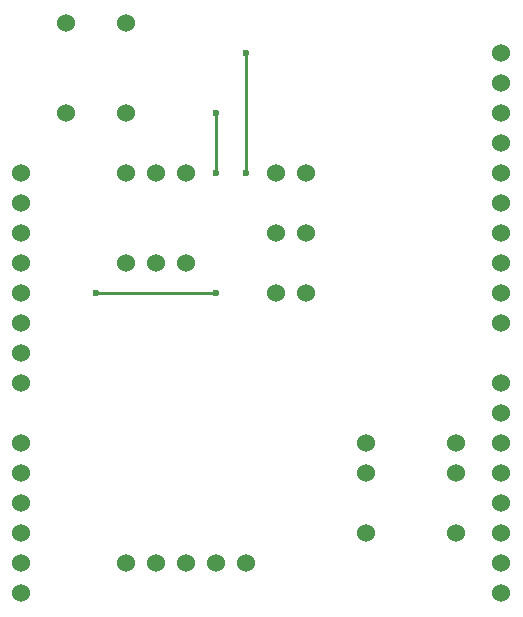
<source format=gbr>
G04 #@! TF.FileFunction,Copper,L1,Top,Signal*
%FSLAX46Y46*%
G04 Gerber Fmt 4.6, Leading zero omitted, Abs format (unit mm)*
G04 Created by KiCad (PCBNEW 4.0.7) date 06/02/19 07:54:43*
%MOMM*%
%LPD*%
G01*
G04 APERTURE LIST*
%ADD10C,0.100000*%
%ADD11C,1.524000*%
%ADD12C,0.600000*%
%ADD13C,0.250000*%
G04 APERTURE END LIST*
D10*
D11*
X114300000Y-99060000D03*
X114300000Y-101600000D03*
X114300000Y-104140000D03*
X114300000Y-106680000D03*
X114300000Y-109220000D03*
X114300000Y-111760000D03*
X114300000Y-114300000D03*
X114300000Y-116840000D03*
X114300000Y-121920000D03*
X114300000Y-124460000D03*
X114300000Y-127000000D03*
X114300000Y-129540000D03*
X114300000Y-132080000D03*
X114300000Y-134620000D03*
X154940000Y-88900000D03*
X154940000Y-91440000D03*
X154940000Y-93980000D03*
X154940000Y-96520000D03*
X154940000Y-99060000D03*
X154940000Y-101600000D03*
X154940000Y-104140000D03*
X154940000Y-106680000D03*
X154940000Y-109220000D03*
X154940000Y-111760000D03*
X154940000Y-116840000D03*
X154940000Y-119380000D03*
X154940000Y-121920000D03*
X154940000Y-124460000D03*
X154940000Y-127000000D03*
X154940000Y-129540000D03*
X154940000Y-132080000D03*
X154940000Y-134620000D03*
X123190000Y-86360000D03*
X123190000Y-93980000D03*
X118110000Y-86360000D03*
X118110000Y-93980000D03*
X133350000Y-132080000D03*
X130810000Y-132080000D03*
X128270000Y-132080000D03*
X125730000Y-132080000D03*
X123190000Y-132080000D03*
X125730000Y-99060000D03*
X125730000Y-106680000D03*
X128270000Y-99060000D03*
X128270000Y-106680000D03*
X123190000Y-99060000D03*
X123190000Y-106680000D03*
X135890000Y-99060000D03*
X138430000Y-99060000D03*
X135890000Y-104140000D03*
X138430000Y-104140000D03*
X135890000Y-109220000D03*
X138430000Y-109220000D03*
X151130000Y-121920000D03*
X143510000Y-121920000D03*
X151130000Y-124460000D03*
X143510000Y-124460000D03*
X151130000Y-129540000D03*
X143510000Y-129540000D03*
D12*
X130810000Y-109220000D03*
X120650000Y-109220000D03*
X133350000Y-88900000D03*
X133350000Y-99060000D03*
X130810000Y-93980000D03*
X130810000Y-99060000D03*
D13*
X130810000Y-109220000D02*
X120650000Y-109220000D01*
X133350000Y-88900000D02*
X133350000Y-99060000D01*
X130810000Y-93980000D02*
X130810000Y-99060000D01*
M02*

</source>
